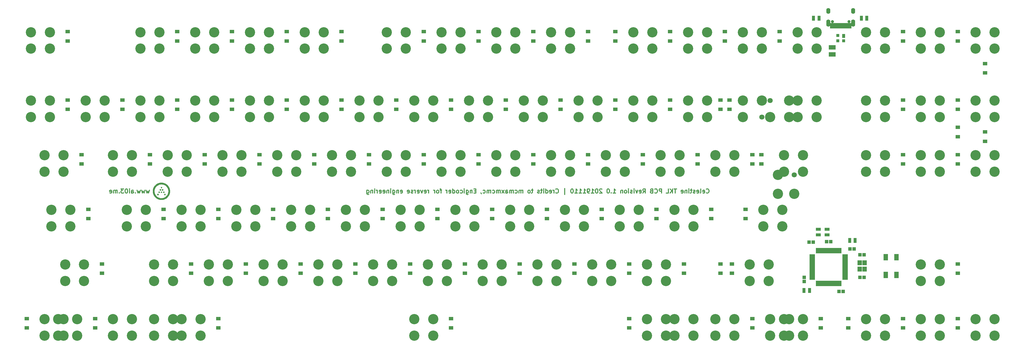
<source format=gbs>
G04 #@! TF.GenerationSoftware,KiCad,Pcbnew,(5.0.0)*
G04 #@! TF.CreationDate,2019-01-11T00:29:23-08:00*
G04 #@! TF.ProjectId,Celestine,43656C657374696E652E6B696361645F,rev?*
G04 #@! TF.SameCoordinates,Original*
G04 #@! TF.FileFunction,Soldermask,Bot*
G04 #@! TF.FilePolarity,Negative*
%FSLAX46Y46*%
G04 Gerber Fmt 4.6, Leading zero omitted, Abs format (unit mm)*
G04 Created by KiCad (PCBNEW (5.0.0)) date 01/11/19 00:29:23*
%MOMM*%
%LPD*%
G01*
G04 APERTURE LIST*
%ADD10C,0.300000*%
%ADD11C,0.010000*%
%ADD12R,1.200000X1.150000*%
%ADD13R,1.150000X1.200000*%
%ADD14R,1.600000X1.300000*%
%ADD15R,2.430000X1.540000*%
%ADD16C,3.580000*%
%ADD17R,1.700000X1.100000*%
%ADD18R,1.100000X1.700000*%
%ADD19R,1.500000X2.200000*%
%ADD20R,1.100000X1.000000*%
%ADD21R,1.100000X1.400000*%
%ADD22O,1.400000X2.000000*%
%ADD23O,1.400000X2.500000*%
%ADD24C,1.050000*%
%ADD25R,0.700000X1.850000*%
%ADD26R,1.000000X1.850000*%
%ADD27R,1.600000X1.800000*%
%ADD28R,1.900000X0.950000*%
%ADD29R,0.950000X1.900000*%
%ADD30C,1.800000*%
G04 APERTURE END LIST*
D10*
X69670535Y-62384821D02*
X69384821Y-63384821D01*
X69099107Y-62670535D01*
X68813392Y-63384821D01*
X68527678Y-62384821D01*
X68099107Y-62384821D02*
X67813392Y-63384821D01*
X67527678Y-62670535D01*
X67241964Y-63384821D01*
X66956250Y-62384821D01*
X66527678Y-62384821D02*
X66241964Y-63384821D01*
X65956250Y-62670535D01*
X65670535Y-63384821D01*
X65384821Y-62384821D01*
X64813392Y-63241964D02*
X64741964Y-63313392D01*
X64813392Y-63384821D01*
X64884821Y-63313392D01*
X64813392Y-63241964D01*
X64813392Y-63384821D01*
X63456250Y-63384821D02*
X63456250Y-62599107D01*
X63527678Y-62456250D01*
X63670535Y-62384821D01*
X63956250Y-62384821D01*
X64099107Y-62456250D01*
X63456250Y-63313392D02*
X63599107Y-63384821D01*
X63956250Y-63384821D01*
X64099107Y-63313392D01*
X64170535Y-63170535D01*
X64170535Y-63027678D01*
X64099107Y-62884821D01*
X63956250Y-62813392D01*
X63599107Y-62813392D01*
X63456250Y-62741964D01*
X62741964Y-63384821D02*
X62741964Y-62384821D01*
X62741964Y-61884821D02*
X62813392Y-61956250D01*
X62741964Y-62027678D01*
X62670535Y-61956250D01*
X62741964Y-61884821D01*
X62741964Y-62027678D01*
X61741964Y-61884821D02*
X61599107Y-61884821D01*
X61456250Y-61956250D01*
X61384821Y-62027678D01*
X61313392Y-62170535D01*
X61241964Y-62456250D01*
X61241964Y-62813392D01*
X61313392Y-63099107D01*
X61384821Y-63241964D01*
X61456250Y-63313392D01*
X61599107Y-63384821D01*
X61741964Y-63384821D01*
X61884821Y-63313392D01*
X61956250Y-63241964D01*
X62027678Y-63099107D01*
X62099107Y-62813392D01*
X62099107Y-62456250D01*
X62027678Y-62170535D01*
X61956250Y-62027678D01*
X61884821Y-61956250D01*
X61741964Y-61884821D01*
X60741964Y-61884821D02*
X59813392Y-61884821D01*
X60313392Y-62456250D01*
X60099107Y-62456250D01*
X59956250Y-62527678D01*
X59884821Y-62599107D01*
X59813392Y-62741964D01*
X59813392Y-63099107D01*
X59884821Y-63241964D01*
X59956250Y-63313392D01*
X60099107Y-63384821D01*
X60527678Y-63384821D01*
X60670535Y-63313392D01*
X60741964Y-63241964D01*
X59170535Y-63241964D02*
X59099107Y-63313392D01*
X59170535Y-63384821D01*
X59241964Y-63313392D01*
X59170535Y-63241964D01*
X59170535Y-63384821D01*
X58456250Y-63384821D02*
X58456250Y-62384821D01*
X58456250Y-62527678D02*
X58384821Y-62456250D01*
X58241964Y-62384821D01*
X58027678Y-62384821D01*
X57884821Y-62456250D01*
X57813392Y-62599107D01*
X57813392Y-63384821D01*
X57813392Y-62599107D02*
X57741964Y-62456250D01*
X57599107Y-62384821D01*
X57384821Y-62384821D01*
X57241964Y-62456250D01*
X57170535Y-62599107D01*
X57170535Y-63384821D01*
X55884821Y-63313392D02*
X56027678Y-63384821D01*
X56313392Y-63384821D01*
X56456250Y-63313392D01*
X56527678Y-63170535D01*
X56527678Y-62599107D01*
X56456250Y-62456250D01*
X56313392Y-62384821D01*
X56027678Y-62384821D01*
X55884821Y-62456250D01*
X55813392Y-62599107D01*
X55813392Y-62741964D01*
X56527678Y-62884821D01*
X263394642Y-63241964D02*
X263466071Y-63313392D01*
X263680357Y-63384821D01*
X263823214Y-63384821D01*
X264037500Y-63313392D01*
X264180357Y-63170535D01*
X264251785Y-63027678D01*
X264323214Y-62741964D01*
X264323214Y-62527678D01*
X264251785Y-62241964D01*
X264180357Y-62099107D01*
X264037500Y-61956250D01*
X263823214Y-61884821D01*
X263680357Y-61884821D01*
X263466071Y-61956250D01*
X263394642Y-62027678D01*
X262180357Y-63313392D02*
X262323214Y-63384821D01*
X262608928Y-63384821D01*
X262751785Y-63313392D01*
X262823214Y-63170535D01*
X262823214Y-62599107D01*
X262751785Y-62456250D01*
X262608928Y-62384821D01*
X262323214Y-62384821D01*
X262180357Y-62456250D01*
X262108928Y-62599107D01*
X262108928Y-62741964D01*
X262823214Y-62884821D01*
X261251785Y-63384821D02*
X261394642Y-63313392D01*
X261466071Y-63170535D01*
X261466071Y-61884821D01*
X260108928Y-63313392D02*
X260251785Y-63384821D01*
X260537500Y-63384821D01*
X260680357Y-63313392D01*
X260751785Y-63170535D01*
X260751785Y-62599107D01*
X260680357Y-62456250D01*
X260537500Y-62384821D01*
X260251785Y-62384821D01*
X260108928Y-62456250D01*
X260037500Y-62599107D01*
X260037500Y-62741964D01*
X260751785Y-62884821D01*
X259466071Y-63313392D02*
X259323214Y-63384821D01*
X259037500Y-63384821D01*
X258894642Y-63313392D01*
X258823214Y-63170535D01*
X258823214Y-63099107D01*
X258894642Y-62956250D01*
X259037500Y-62884821D01*
X259251785Y-62884821D01*
X259394642Y-62813392D01*
X259466071Y-62670535D01*
X259466071Y-62599107D01*
X259394642Y-62456250D01*
X259251785Y-62384821D01*
X259037500Y-62384821D01*
X258894642Y-62456250D01*
X258394642Y-62384821D02*
X257823214Y-62384821D01*
X258180357Y-61884821D02*
X258180357Y-63170535D01*
X258108928Y-63313392D01*
X257966071Y-63384821D01*
X257823214Y-63384821D01*
X257323214Y-63384821D02*
X257323214Y-62384821D01*
X257323214Y-61884821D02*
X257394642Y-61956250D01*
X257323214Y-62027678D01*
X257251785Y-61956250D01*
X257323214Y-61884821D01*
X257323214Y-62027678D01*
X256608928Y-62384821D02*
X256608928Y-63384821D01*
X256608928Y-62527678D02*
X256537500Y-62456250D01*
X256394642Y-62384821D01*
X256180357Y-62384821D01*
X256037500Y-62456250D01*
X255966071Y-62599107D01*
X255966071Y-63384821D01*
X254680357Y-63313392D02*
X254823214Y-63384821D01*
X255108928Y-63384821D01*
X255251785Y-63313392D01*
X255323214Y-63170535D01*
X255323214Y-62599107D01*
X255251785Y-62456250D01*
X255108928Y-62384821D01*
X254823214Y-62384821D01*
X254680357Y-62456250D01*
X254608928Y-62599107D01*
X254608928Y-62741964D01*
X255323214Y-62884821D01*
X253037500Y-61884821D02*
X252180357Y-61884821D01*
X252608928Y-63384821D02*
X252608928Y-61884821D01*
X251680357Y-63384821D02*
X251680357Y-61884821D01*
X250823214Y-63384821D02*
X251466071Y-62527678D01*
X250823214Y-61884821D02*
X251680357Y-62741964D01*
X249466071Y-63384821D02*
X250180357Y-63384821D01*
X250180357Y-61884821D01*
X247823214Y-63384821D02*
X247823214Y-61884821D01*
X247251785Y-61884821D01*
X247108928Y-61956250D01*
X247037499Y-62027678D01*
X246966071Y-62170535D01*
X246966071Y-62384821D01*
X247037499Y-62527678D01*
X247108928Y-62599107D01*
X247251785Y-62670535D01*
X247823214Y-62670535D01*
X245466071Y-63241964D02*
X245537499Y-63313392D01*
X245751785Y-63384821D01*
X245894642Y-63384821D01*
X246108928Y-63313392D01*
X246251785Y-63170535D01*
X246323214Y-63027678D01*
X246394642Y-62741964D01*
X246394642Y-62527678D01*
X246323214Y-62241964D01*
X246251785Y-62099107D01*
X246108928Y-61956250D01*
X245894642Y-61884821D01*
X245751785Y-61884821D01*
X245537499Y-61956250D01*
X245466071Y-62027678D01*
X244323214Y-62599107D02*
X244108928Y-62670535D01*
X244037499Y-62741964D01*
X243966071Y-62884821D01*
X243966071Y-63099107D01*
X244037499Y-63241964D01*
X244108928Y-63313392D01*
X244251785Y-63384821D01*
X244823214Y-63384821D01*
X244823214Y-61884821D01*
X244323214Y-61884821D01*
X244180357Y-61956250D01*
X244108928Y-62027678D01*
X244037499Y-62170535D01*
X244037499Y-62313392D01*
X244108928Y-62456250D01*
X244180357Y-62527678D01*
X244323214Y-62599107D01*
X244823214Y-62599107D01*
X241323214Y-63384821D02*
X241823214Y-62670535D01*
X242180357Y-63384821D02*
X242180357Y-61884821D01*
X241608928Y-61884821D01*
X241466071Y-61956250D01*
X241394642Y-62027678D01*
X241323214Y-62170535D01*
X241323214Y-62384821D01*
X241394642Y-62527678D01*
X241466071Y-62599107D01*
X241608928Y-62670535D01*
X242180357Y-62670535D01*
X240108928Y-63313392D02*
X240251785Y-63384821D01*
X240537499Y-63384821D01*
X240680357Y-63313392D01*
X240751785Y-63170535D01*
X240751785Y-62599107D01*
X240680357Y-62456250D01*
X240537499Y-62384821D01*
X240251785Y-62384821D01*
X240108928Y-62456250D01*
X240037499Y-62599107D01*
X240037499Y-62741964D01*
X240751785Y-62884821D01*
X239537499Y-62384821D02*
X239180357Y-63384821D01*
X238823214Y-62384821D01*
X238251785Y-63384821D02*
X238251785Y-62384821D01*
X238251785Y-61884821D02*
X238323214Y-61956250D01*
X238251785Y-62027678D01*
X238180357Y-61956250D01*
X238251785Y-61884821D01*
X238251785Y-62027678D01*
X237608928Y-63313392D02*
X237466071Y-63384821D01*
X237180357Y-63384821D01*
X237037499Y-63313392D01*
X236966071Y-63170535D01*
X236966071Y-63099107D01*
X237037499Y-62956250D01*
X237180357Y-62884821D01*
X237394642Y-62884821D01*
X237537499Y-62813392D01*
X237608928Y-62670535D01*
X237608928Y-62599107D01*
X237537499Y-62456250D01*
X237394642Y-62384821D01*
X237180357Y-62384821D01*
X237037499Y-62456250D01*
X236323214Y-63384821D02*
X236323214Y-62384821D01*
X236323214Y-61884821D02*
X236394642Y-61956250D01*
X236323214Y-62027678D01*
X236251785Y-61956250D01*
X236323214Y-61884821D01*
X236323214Y-62027678D01*
X235394642Y-63384821D02*
X235537499Y-63313392D01*
X235608928Y-63241964D01*
X235680357Y-63099107D01*
X235680357Y-62670535D01*
X235608928Y-62527678D01*
X235537499Y-62456250D01*
X235394642Y-62384821D01*
X235180357Y-62384821D01*
X235037499Y-62456250D01*
X234966071Y-62527678D01*
X234894642Y-62670535D01*
X234894642Y-63099107D01*
X234966071Y-63241964D01*
X235037499Y-63313392D01*
X235180357Y-63384821D01*
X235394642Y-63384821D01*
X234251785Y-62384821D02*
X234251785Y-63384821D01*
X234251785Y-62527678D02*
X234180357Y-62456250D01*
X234037499Y-62384821D01*
X233823214Y-62384821D01*
X233680357Y-62456250D01*
X233608928Y-62599107D01*
X233608928Y-63384821D01*
X230966071Y-63384821D02*
X231823214Y-63384821D01*
X231394642Y-63384821D02*
X231394642Y-61884821D01*
X231537499Y-62099107D01*
X231680357Y-62241964D01*
X231823214Y-62313392D01*
X230323214Y-63241964D02*
X230251785Y-63313392D01*
X230323214Y-63384821D01*
X230394642Y-63313392D01*
X230323214Y-63241964D01*
X230323214Y-63384821D01*
X229323214Y-61884821D02*
X229180357Y-61884821D01*
X229037499Y-61956250D01*
X228966071Y-62027678D01*
X228894642Y-62170535D01*
X228823214Y-62456250D01*
X228823214Y-62813392D01*
X228894642Y-63099107D01*
X228966071Y-63241964D01*
X229037499Y-63313392D01*
X229180357Y-63384821D01*
X229323214Y-63384821D01*
X229466071Y-63313392D01*
X229537499Y-63241964D01*
X229608928Y-63099107D01*
X229680357Y-62813392D01*
X229680357Y-62456250D01*
X229608928Y-62170535D01*
X229537499Y-62027678D01*
X229466071Y-61956250D01*
X229323214Y-61884821D01*
X227108928Y-62027678D02*
X227037499Y-61956250D01*
X226894642Y-61884821D01*
X226537499Y-61884821D01*
X226394642Y-61956250D01*
X226323214Y-62027678D01*
X226251785Y-62170535D01*
X226251785Y-62313392D01*
X226323214Y-62527678D01*
X227180357Y-63384821D01*
X226251785Y-63384821D01*
X225323214Y-61884821D02*
X225180357Y-61884821D01*
X225037499Y-61956250D01*
X224966071Y-62027678D01*
X224894642Y-62170535D01*
X224823214Y-62456250D01*
X224823214Y-62813392D01*
X224894642Y-63099107D01*
X224966071Y-63241964D01*
X225037499Y-63313392D01*
X225180357Y-63384821D01*
X225323214Y-63384821D01*
X225466071Y-63313392D01*
X225537499Y-63241964D01*
X225608928Y-63099107D01*
X225680357Y-62813392D01*
X225680357Y-62456250D01*
X225608928Y-62170535D01*
X225537499Y-62027678D01*
X225466071Y-61956250D01*
X225323214Y-61884821D01*
X223394642Y-63384821D02*
X224251785Y-63384821D01*
X223823214Y-63384821D02*
X223823214Y-61884821D01*
X223966071Y-62099107D01*
X224108928Y-62241964D01*
X224251785Y-62313392D01*
X222680357Y-63384821D02*
X222394642Y-63384821D01*
X222251785Y-63313392D01*
X222180357Y-63241964D01*
X222037499Y-63027678D01*
X221966071Y-62741964D01*
X221966071Y-62170535D01*
X222037499Y-62027678D01*
X222108928Y-61956250D01*
X222251785Y-61884821D01*
X222537499Y-61884821D01*
X222680357Y-61956250D01*
X222751785Y-62027678D01*
X222823214Y-62170535D01*
X222823214Y-62527678D01*
X222751785Y-62670535D01*
X222680357Y-62741964D01*
X222537499Y-62813392D01*
X222251785Y-62813392D01*
X222108928Y-62741964D01*
X222037499Y-62670535D01*
X221966071Y-62527678D01*
X220537499Y-63384821D02*
X221394642Y-63384821D01*
X220966071Y-63384821D02*
X220966071Y-61884821D01*
X221108928Y-62099107D01*
X221251785Y-62241964D01*
X221394642Y-62313392D01*
X219108928Y-63384821D02*
X219966071Y-63384821D01*
X219537499Y-63384821D02*
X219537499Y-61884821D01*
X219680357Y-62099107D01*
X219823214Y-62241964D01*
X219966071Y-62313392D01*
X217680357Y-63384821D02*
X218537499Y-63384821D01*
X218108928Y-63384821D02*
X218108928Y-61884821D01*
X218251785Y-62099107D01*
X218394642Y-62241964D01*
X218537499Y-62313392D01*
X216751785Y-61884821D02*
X216608928Y-61884821D01*
X216466071Y-61956250D01*
X216394642Y-62027678D01*
X216323214Y-62170535D01*
X216251785Y-62456250D01*
X216251785Y-62813392D01*
X216323214Y-63099107D01*
X216394642Y-63241964D01*
X216466071Y-63313392D01*
X216608928Y-63384821D01*
X216751785Y-63384821D01*
X216894642Y-63313392D01*
X216966071Y-63241964D01*
X217037499Y-63099107D01*
X217108928Y-62813392D01*
X217108928Y-62456250D01*
X217037499Y-62170535D01*
X216966071Y-62027678D01*
X216894642Y-61956250D01*
X216751785Y-61884821D01*
X214108928Y-63884821D02*
X214108928Y-61741964D01*
X211037499Y-63241964D02*
X211108928Y-63313392D01*
X211323214Y-63384821D01*
X211466071Y-63384821D01*
X211680357Y-63313392D01*
X211823214Y-63170535D01*
X211894642Y-63027678D01*
X211966071Y-62741964D01*
X211966071Y-62527678D01*
X211894642Y-62241964D01*
X211823214Y-62099107D01*
X211680357Y-61956250D01*
X211466071Y-61884821D01*
X211323214Y-61884821D01*
X211108928Y-61956250D01*
X211037499Y-62027678D01*
X210394642Y-63384821D02*
X210394642Y-62384821D01*
X210394642Y-62670535D02*
X210323214Y-62527678D01*
X210251785Y-62456250D01*
X210108928Y-62384821D01*
X209966071Y-62384821D01*
X208894642Y-63313392D02*
X209037499Y-63384821D01*
X209323214Y-63384821D01*
X209466071Y-63313392D01*
X209537499Y-63170535D01*
X209537499Y-62599107D01*
X209466071Y-62456250D01*
X209323214Y-62384821D01*
X209037499Y-62384821D01*
X208894642Y-62456250D01*
X208823214Y-62599107D01*
X208823214Y-62741964D01*
X209537499Y-62884821D01*
X207537499Y-63384821D02*
X207537499Y-61884821D01*
X207537499Y-63313392D02*
X207680357Y-63384821D01*
X207966071Y-63384821D01*
X208108928Y-63313392D01*
X208180357Y-63241964D01*
X208251785Y-63099107D01*
X208251785Y-62670535D01*
X208180357Y-62527678D01*
X208108928Y-62456250D01*
X207966071Y-62384821D01*
X207680357Y-62384821D01*
X207537499Y-62456250D01*
X206823214Y-63384821D02*
X206823214Y-62384821D01*
X206823214Y-61884821D02*
X206894642Y-61956250D01*
X206823214Y-62027678D01*
X206751785Y-61956250D01*
X206823214Y-61884821D01*
X206823214Y-62027678D01*
X206323214Y-62384821D02*
X205751785Y-62384821D01*
X206108928Y-61884821D02*
X206108928Y-63170535D01*
X206037499Y-63313392D01*
X205894642Y-63384821D01*
X205751785Y-63384821D01*
X205323214Y-63313392D02*
X205180357Y-63384821D01*
X204894642Y-63384821D01*
X204751785Y-63313392D01*
X204680357Y-63170535D01*
X204680357Y-63099107D01*
X204751785Y-62956250D01*
X204894642Y-62884821D01*
X205108928Y-62884821D01*
X205251785Y-62813392D01*
X205323214Y-62670535D01*
X205323214Y-62599107D01*
X205251785Y-62456250D01*
X205108928Y-62384821D01*
X204894642Y-62384821D01*
X204751785Y-62456250D01*
X203108928Y-62384821D02*
X202537499Y-62384821D01*
X202894642Y-61884821D02*
X202894642Y-63170535D01*
X202823214Y-63313392D01*
X202680357Y-63384821D01*
X202537499Y-63384821D01*
X201823214Y-63384821D02*
X201966071Y-63313392D01*
X202037499Y-63241964D01*
X202108928Y-63099107D01*
X202108928Y-62670535D01*
X202037499Y-62527678D01*
X201966071Y-62456250D01*
X201823214Y-62384821D01*
X201608928Y-62384821D01*
X201466071Y-62456250D01*
X201394642Y-62527678D01*
X201323214Y-62670535D01*
X201323214Y-63099107D01*
X201394642Y-63241964D01*
X201466071Y-63313392D01*
X201608928Y-63384821D01*
X201823214Y-63384821D01*
X199537499Y-63384821D02*
X199537499Y-62384821D01*
X199537499Y-62527678D02*
X199466071Y-62456250D01*
X199323214Y-62384821D01*
X199108928Y-62384821D01*
X198966071Y-62456250D01*
X198894642Y-62599107D01*
X198894642Y-63384821D01*
X198894642Y-62599107D02*
X198823214Y-62456250D01*
X198680357Y-62384821D01*
X198466071Y-62384821D01*
X198323214Y-62456250D01*
X198251785Y-62599107D01*
X198251785Y-63384821D01*
X196894642Y-63313392D02*
X197037499Y-63384821D01*
X197323214Y-63384821D01*
X197466071Y-63313392D01*
X197537499Y-63241964D01*
X197608928Y-63099107D01*
X197608928Y-62670535D01*
X197537499Y-62527678D01*
X197466071Y-62456250D01*
X197323214Y-62384821D01*
X197037499Y-62384821D01*
X196894642Y-62456250D01*
X196251785Y-63384821D02*
X196251785Y-62384821D01*
X196251785Y-62527678D02*
X196180357Y-62456250D01*
X196037499Y-62384821D01*
X195823214Y-62384821D01*
X195680357Y-62456250D01*
X195608928Y-62599107D01*
X195608928Y-63384821D01*
X195608928Y-62599107D02*
X195537499Y-62456250D01*
X195394642Y-62384821D01*
X195180357Y-62384821D01*
X195037499Y-62456250D01*
X194966071Y-62599107D01*
X194966071Y-63384821D01*
X193608928Y-63384821D02*
X193608928Y-62599107D01*
X193680357Y-62456250D01*
X193823214Y-62384821D01*
X194108928Y-62384821D01*
X194251785Y-62456250D01*
X193608928Y-63313392D02*
X193751785Y-63384821D01*
X194108928Y-63384821D01*
X194251785Y-63313392D01*
X194323214Y-63170535D01*
X194323214Y-63027678D01*
X194251785Y-62884821D01*
X194108928Y-62813392D01*
X193751785Y-62813392D01*
X193608928Y-62741964D01*
X193037499Y-63384821D02*
X192251785Y-62384821D01*
X193037499Y-62384821D02*
X192251785Y-63384821D01*
X191680357Y-63384821D02*
X191680357Y-62384821D01*
X191680357Y-62527678D02*
X191608928Y-62456250D01*
X191466071Y-62384821D01*
X191251785Y-62384821D01*
X191108928Y-62456250D01*
X191037499Y-62599107D01*
X191037499Y-63384821D01*
X191037499Y-62599107D02*
X190966071Y-62456250D01*
X190823214Y-62384821D01*
X190608928Y-62384821D01*
X190466071Y-62456250D01*
X190394642Y-62599107D01*
X190394642Y-63384821D01*
X189037499Y-63313392D02*
X189180357Y-63384821D01*
X189466071Y-63384821D01*
X189608928Y-63313392D01*
X189680357Y-63241964D01*
X189751785Y-63099107D01*
X189751785Y-62670535D01*
X189680357Y-62527678D01*
X189608928Y-62456250D01*
X189466071Y-62384821D01*
X189180357Y-62384821D01*
X189037499Y-62456250D01*
X188394642Y-63384821D02*
X188394642Y-62384821D01*
X188394642Y-62527678D02*
X188323214Y-62456250D01*
X188180357Y-62384821D01*
X187966071Y-62384821D01*
X187823214Y-62456250D01*
X187751785Y-62599107D01*
X187751785Y-63384821D01*
X187751785Y-62599107D02*
X187680357Y-62456250D01*
X187537499Y-62384821D01*
X187323214Y-62384821D01*
X187180357Y-62456250D01*
X187108928Y-62599107D01*
X187108928Y-63384821D01*
X185751785Y-63313392D02*
X185894642Y-63384821D01*
X186180357Y-63384821D01*
X186323214Y-63313392D01*
X186394642Y-63241964D01*
X186466071Y-63099107D01*
X186466071Y-62670535D01*
X186394642Y-62527678D01*
X186323214Y-62456250D01*
X186180357Y-62384821D01*
X185894642Y-62384821D01*
X185751785Y-62456250D01*
X185037499Y-63313392D02*
X185037499Y-63384821D01*
X185108928Y-63527678D01*
X185180357Y-63599107D01*
X183251785Y-62599107D02*
X182751785Y-62599107D01*
X182537499Y-63384821D02*
X183251785Y-63384821D01*
X183251785Y-61884821D01*
X182537499Y-61884821D01*
X181894642Y-62384821D02*
X181894642Y-63384821D01*
X181894642Y-62527678D02*
X181823214Y-62456250D01*
X181680357Y-62384821D01*
X181466071Y-62384821D01*
X181323214Y-62456250D01*
X181251785Y-62599107D01*
X181251785Y-63384821D01*
X179894642Y-62384821D02*
X179894642Y-63599107D01*
X179966071Y-63741964D01*
X180037499Y-63813392D01*
X180180357Y-63884821D01*
X180394642Y-63884821D01*
X180537499Y-63813392D01*
X179894642Y-63313392D02*
X180037499Y-63384821D01*
X180323214Y-63384821D01*
X180466071Y-63313392D01*
X180537499Y-63241964D01*
X180608928Y-63099107D01*
X180608928Y-62670535D01*
X180537499Y-62527678D01*
X180466071Y-62456250D01*
X180323214Y-62384821D01*
X180037499Y-62384821D01*
X179894642Y-62456250D01*
X179180357Y-63384821D02*
X179180357Y-62384821D01*
X179180357Y-61884821D02*
X179251785Y-61956250D01*
X179180357Y-62027678D01*
X179108928Y-61956250D01*
X179180357Y-61884821D01*
X179180357Y-62027678D01*
X177823214Y-63313392D02*
X177966071Y-63384821D01*
X178251785Y-63384821D01*
X178394642Y-63313392D01*
X178466071Y-63241964D01*
X178537499Y-63099107D01*
X178537499Y-62670535D01*
X178466071Y-62527678D01*
X178394642Y-62456250D01*
X178251785Y-62384821D01*
X177966071Y-62384821D01*
X177823214Y-62456250D01*
X176966071Y-63384821D02*
X177108928Y-63313392D01*
X177180357Y-63241964D01*
X177251785Y-63099107D01*
X177251785Y-62670535D01*
X177180357Y-62527678D01*
X177108928Y-62456250D01*
X176966071Y-62384821D01*
X176751785Y-62384821D01*
X176608928Y-62456250D01*
X176537499Y-62527678D01*
X176466071Y-62670535D01*
X176466071Y-63099107D01*
X176537499Y-63241964D01*
X176608928Y-63313392D01*
X176751785Y-63384821D01*
X176966071Y-63384821D01*
X175180357Y-63384821D02*
X175180357Y-61884821D01*
X175180357Y-63313392D02*
X175323214Y-63384821D01*
X175608928Y-63384821D01*
X175751785Y-63313392D01*
X175823214Y-63241964D01*
X175894642Y-63099107D01*
X175894642Y-62670535D01*
X175823214Y-62527678D01*
X175751785Y-62456250D01*
X175608928Y-62384821D01*
X175323214Y-62384821D01*
X175180357Y-62456250D01*
X173894642Y-63313392D02*
X174037499Y-63384821D01*
X174323214Y-63384821D01*
X174466071Y-63313392D01*
X174537499Y-63170535D01*
X174537499Y-62599107D01*
X174466071Y-62456250D01*
X174323214Y-62384821D01*
X174037499Y-62384821D01*
X173894642Y-62456250D01*
X173823214Y-62599107D01*
X173823214Y-62741964D01*
X174537499Y-62884821D01*
X173180357Y-63384821D02*
X173180357Y-62384821D01*
X173180357Y-62670535D02*
X173108928Y-62527678D01*
X173037499Y-62456250D01*
X172894642Y-62384821D01*
X172751785Y-62384821D01*
X171323214Y-62384821D02*
X170751785Y-62384821D01*
X171108928Y-63384821D02*
X171108928Y-62099107D01*
X171037499Y-61956250D01*
X170894642Y-61884821D01*
X170751785Y-61884821D01*
X170037499Y-63384821D02*
X170180357Y-63313392D01*
X170251785Y-63241964D01*
X170323214Y-63099107D01*
X170323214Y-62670535D01*
X170251785Y-62527678D01*
X170180357Y-62456250D01*
X170037499Y-62384821D01*
X169823214Y-62384821D01*
X169680357Y-62456250D01*
X169608928Y-62527678D01*
X169537499Y-62670535D01*
X169537499Y-63099107D01*
X169608928Y-63241964D01*
X169680357Y-63313392D01*
X169823214Y-63384821D01*
X170037499Y-63384821D01*
X168894642Y-63384821D02*
X168894642Y-62384821D01*
X168894642Y-62670535D02*
X168823214Y-62527678D01*
X168751785Y-62456250D01*
X168608928Y-62384821D01*
X168466071Y-62384821D01*
X166823214Y-63384821D02*
X166823214Y-62384821D01*
X166823214Y-62670535D02*
X166751785Y-62527678D01*
X166680357Y-62456250D01*
X166537499Y-62384821D01*
X166394642Y-62384821D01*
X165323214Y-63313392D02*
X165466071Y-63384821D01*
X165751785Y-63384821D01*
X165894642Y-63313392D01*
X165966071Y-63170535D01*
X165966071Y-62599107D01*
X165894642Y-62456250D01*
X165751785Y-62384821D01*
X165466071Y-62384821D01*
X165323214Y-62456250D01*
X165251785Y-62599107D01*
X165251785Y-62741964D01*
X165966071Y-62884821D01*
X164751785Y-62384821D02*
X164394642Y-63384821D01*
X164037499Y-62384821D01*
X162894642Y-63313392D02*
X163037499Y-63384821D01*
X163323214Y-63384821D01*
X163466071Y-63313392D01*
X163537499Y-63170535D01*
X163537499Y-62599107D01*
X163466071Y-62456250D01*
X163323214Y-62384821D01*
X163037499Y-62384821D01*
X162894642Y-62456250D01*
X162823214Y-62599107D01*
X162823214Y-62741964D01*
X163537499Y-62884821D01*
X162180357Y-63384821D02*
X162180357Y-62384821D01*
X162180357Y-62670535D02*
X162108928Y-62527678D01*
X162037499Y-62456250D01*
X161894642Y-62384821D01*
X161751785Y-62384821D01*
X161323214Y-63313392D02*
X161180357Y-63384821D01*
X160894642Y-63384821D01*
X160751785Y-63313392D01*
X160680357Y-63170535D01*
X160680357Y-63099107D01*
X160751785Y-62956250D01*
X160894642Y-62884821D01*
X161108928Y-62884821D01*
X161251785Y-62813392D01*
X161323214Y-62670535D01*
X161323214Y-62599107D01*
X161251785Y-62456250D01*
X161108928Y-62384821D01*
X160894642Y-62384821D01*
X160751785Y-62456250D01*
X159466071Y-63313392D02*
X159608928Y-63384821D01*
X159894642Y-63384821D01*
X160037499Y-63313392D01*
X160108928Y-63170535D01*
X160108928Y-62599107D01*
X160037499Y-62456250D01*
X159894642Y-62384821D01*
X159608928Y-62384821D01*
X159466071Y-62456250D01*
X159394642Y-62599107D01*
X159394642Y-62741964D01*
X160108928Y-62884821D01*
X157037499Y-63313392D02*
X157180357Y-63384821D01*
X157466071Y-63384821D01*
X157608928Y-63313392D01*
X157680357Y-63170535D01*
X157680357Y-62599107D01*
X157608928Y-62456250D01*
X157466071Y-62384821D01*
X157180357Y-62384821D01*
X157037499Y-62456250D01*
X156966071Y-62599107D01*
X156966071Y-62741964D01*
X157680357Y-62884821D01*
X156323214Y-62384821D02*
X156323214Y-63384821D01*
X156323214Y-62527678D02*
X156251785Y-62456250D01*
X156108928Y-62384821D01*
X155894642Y-62384821D01*
X155751785Y-62456250D01*
X155680357Y-62599107D01*
X155680357Y-63384821D01*
X154323214Y-62384821D02*
X154323214Y-63599107D01*
X154394642Y-63741964D01*
X154466071Y-63813392D01*
X154608928Y-63884821D01*
X154823214Y-63884821D01*
X154966071Y-63813392D01*
X154323214Y-63313392D02*
X154466071Y-63384821D01*
X154751785Y-63384821D01*
X154894642Y-63313392D01*
X154966071Y-63241964D01*
X155037499Y-63099107D01*
X155037499Y-62670535D01*
X154966071Y-62527678D01*
X154894642Y-62456250D01*
X154751785Y-62384821D01*
X154466071Y-62384821D01*
X154323214Y-62456250D01*
X153608928Y-63384821D02*
X153608928Y-62384821D01*
X153608928Y-61884821D02*
X153680357Y-61956250D01*
X153608928Y-62027678D01*
X153537499Y-61956250D01*
X153608928Y-61884821D01*
X153608928Y-62027678D01*
X152894642Y-62384821D02*
X152894642Y-63384821D01*
X152894642Y-62527678D02*
X152823214Y-62456250D01*
X152680357Y-62384821D01*
X152466071Y-62384821D01*
X152323214Y-62456250D01*
X152251785Y-62599107D01*
X152251785Y-63384821D01*
X150966071Y-63313392D02*
X151108928Y-63384821D01*
X151394642Y-63384821D01*
X151537499Y-63313392D01*
X151608928Y-63170535D01*
X151608928Y-62599107D01*
X151537499Y-62456250D01*
X151394642Y-62384821D01*
X151108928Y-62384821D01*
X150966071Y-62456250D01*
X150894642Y-62599107D01*
X150894642Y-62741964D01*
X151608928Y-62884821D01*
X149680357Y-63313392D02*
X149823214Y-63384821D01*
X150108928Y-63384821D01*
X150251785Y-63313392D01*
X150323214Y-63170535D01*
X150323214Y-62599107D01*
X150251785Y-62456250D01*
X150108928Y-62384821D01*
X149823214Y-62384821D01*
X149680357Y-62456250D01*
X149608928Y-62599107D01*
X149608928Y-62741964D01*
X150323214Y-62884821D01*
X148966071Y-63384821D02*
X148966071Y-62384821D01*
X148966071Y-62670535D02*
X148894642Y-62527678D01*
X148823214Y-62456250D01*
X148680357Y-62384821D01*
X148537499Y-62384821D01*
X148037499Y-63384821D02*
X148037499Y-62384821D01*
X148037499Y-61884821D02*
X148108928Y-61956250D01*
X148037499Y-62027678D01*
X147966071Y-61956250D01*
X148037499Y-61884821D01*
X148037499Y-62027678D01*
X147323214Y-62384821D02*
X147323214Y-63384821D01*
X147323214Y-62527678D02*
X147251785Y-62456250D01*
X147108928Y-62384821D01*
X146894642Y-62384821D01*
X146751785Y-62456250D01*
X146680357Y-62599107D01*
X146680357Y-63384821D01*
X145323214Y-62384821D02*
X145323214Y-63599107D01*
X145394642Y-63741964D01*
X145466071Y-63813392D01*
X145608928Y-63884821D01*
X145823214Y-63884821D01*
X145966071Y-63813392D01*
X145323214Y-63313392D02*
X145466071Y-63384821D01*
X145751785Y-63384821D01*
X145894642Y-63313392D01*
X145966071Y-63241964D01*
X146037499Y-63099107D01*
X146037499Y-62670535D01*
X145966071Y-62527678D01*
X145894642Y-62456250D01*
X145751785Y-62384821D01*
X145466071Y-62384821D01*
X145323214Y-62456250D01*
D11*
G04 #@! TO.C,G\002A\002A\002A*
G36*
X73628250Y-61626750D02*
X74033062Y-61626750D01*
X74033062Y-61221938D01*
X73628250Y-61221938D01*
X73628250Y-61626750D01*
X73628250Y-61626750D01*
G37*
X73628250Y-61626750D02*
X74033062Y-61626750D01*
X74033062Y-61221938D01*
X73628250Y-61221938D01*
X73628250Y-61626750D01*
G36*
X73223437Y-62412563D02*
X73628250Y-62412563D01*
X73628250Y-62031563D01*
X73223437Y-62031563D01*
X73223437Y-62412563D01*
X73223437Y-62412563D01*
G37*
X73223437Y-62412563D02*
X73628250Y-62412563D01*
X73628250Y-62031563D01*
X73223437Y-62031563D01*
X73223437Y-62412563D01*
G36*
X74033062Y-62412563D02*
X74414062Y-62412563D01*
X74414062Y-62031563D01*
X74033062Y-62031563D01*
X74033062Y-62412563D01*
X74033062Y-62412563D01*
G37*
X74033062Y-62412563D02*
X74414062Y-62412563D01*
X74414062Y-62031563D01*
X74033062Y-62031563D01*
X74033062Y-62412563D01*
G36*
X72842437Y-63222188D02*
X73223437Y-63222188D01*
X73223437Y-62817375D01*
X72842437Y-62817375D01*
X72842437Y-63222188D01*
X72842437Y-63222188D01*
G37*
X72842437Y-63222188D02*
X73223437Y-63222188D01*
X73223437Y-62817375D01*
X72842437Y-62817375D01*
X72842437Y-63222188D01*
G36*
X73628250Y-63222188D02*
X74033062Y-63222188D01*
X74033062Y-62817375D01*
X73628250Y-62817375D01*
X73628250Y-63222188D01*
X73628250Y-63222188D01*
G37*
X73628250Y-63222188D02*
X74033062Y-63222188D01*
X74033062Y-62817375D01*
X73628250Y-62817375D01*
X73628250Y-63222188D01*
G36*
X74414062Y-63222188D02*
X74818875Y-63222188D01*
X74818875Y-62817375D01*
X74414062Y-62817375D01*
X74414062Y-63222188D01*
X74414062Y-63222188D01*
G37*
X74414062Y-63222188D02*
X74818875Y-63222188D01*
X74818875Y-62817375D01*
X74414062Y-62817375D01*
X74414062Y-63222188D01*
G36*
X72437625Y-64008000D02*
X72842437Y-64008000D01*
X72842437Y-63603188D01*
X72437625Y-63603188D01*
X72437625Y-64008000D01*
X72437625Y-64008000D01*
G37*
X72437625Y-64008000D02*
X72842437Y-64008000D01*
X72842437Y-63603188D01*
X72437625Y-63603188D01*
X72437625Y-64008000D01*
G36*
X74818875Y-64008000D02*
X75223687Y-64008000D01*
X75223687Y-63603188D01*
X74818875Y-63603188D01*
X74818875Y-64008000D01*
X74818875Y-64008000D01*
G37*
X74818875Y-64008000D02*
X75223687Y-64008000D01*
X75223687Y-63603188D01*
X74818875Y-63603188D01*
X74818875Y-64008000D01*
G36*
X73814781Y-59734295D02*
X73690663Y-59735665D01*
X73578951Y-59739822D01*
X73476358Y-59747169D01*
X73379594Y-59758110D01*
X73285372Y-59773048D01*
X73190403Y-59792387D01*
X73091399Y-59816531D01*
X73046120Y-59828668D01*
X72837573Y-59893906D01*
X72635485Y-59973242D01*
X72440622Y-60066278D01*
X72253751Y-60172618D01*
X72075636Y-60291866D01*
X71923490Y-60409867D01*
X71765822Y-60550592D01*
X71618485Y-60702037D01*
X71482164Y-60863135D01*
X71357542Y-61032817D01*
X71245303Y-61210016D01*
X71146130Y-61393666D01*
X71060708Y-61582697D01*
X70989720Y-61776043D01*
X70940966Y-61944053D01*
X70907895Y-62084039D01*
X70882535Y-62215975D01*
X70864143Y-62345247D01*
X70851975Y-62477243D01*
X70845289Y-62617350D01*
X70844636Y-62642750D01*
X70847355Y-62861047D01*
X70865550Y-63075830D01*
X70899215Y-63287071D01*
X70948344Y-63494739D01*
X71012931Y-63698805D01*
X71077128Y-63862737D01*
X71105211Y-63928002D01*
X71129273Y-63982160D01*
X71151142Y-64028863D01*
X71172643Y-64071763D01*
X71195604Y-64114513D01*
X71221850Y-64160765D01*
X71250975Y-64210406D01*
X71370194Y-64396677D01*
X71500298Y-64571403D01*
X71641421Y-64734715D01*
X71793695Y-64886746D01*
X71957253Y-65027630D01*
X72132226Y-65157498D01*
X72314594Y-65274025D01*
X72367423Y-65304994D01*
X72413336Y-65330971D01*
X72455985Y-65353781D01*
X72499022Y-65375251D01*
X72546099Y-65397207D01*
X72600869Y-65421475D01*
X72662263Y-65447872D01*
X72758496Y-65487419D01*
X72847214Y-65520458D01*
X72934328Y-65548945D01*
X73025752Y-65574839D01*
X73108344Y-65595572D01*
X73272860Y-65631126D01*
X73429955Y-65656803D01*
X73584183Y-65673143D01*
X73740101Y-65680686D01*
X73830656Y-65681263D01*
X73881875Y-65680748D01*
X73929996Y-65680043D01*
X73971876Y-65679210D01*
X74004372Y-65678313D01*
X74024340Y-65677415D01*
X74025125Y-65677359D01*
X74241299Y-65653407D01*
X74454056Y-65614420D01*
X74662537Y-65560717D01*
X74865882Y-65492613D01*
X75063234Y-65410426D01*
X75253732Y-65314475D01*
X75436518Y-65205076D01*
X75587474Y-65100046D01*
X75760401Y-64961699D01*
X75921085Y-64813338D01*
X76069299Y-64655289D01*
X76204821Y-64487882D01*
X76327426Y-64311444D01*
X76436889Y-64126302D01*
X76532987Y-63932785D01*
X76615494Y-63731221D01*
X76684187Y-63521938D01*
X76696332Y-63478880D01*
X76722698Y-63377085D01*
X76744083Y-63280761D01*
X76760891Y-63186617D01*
X76773525Y-63091367D01*
X76782390Y-62991720D01*
X76787888Y-62884390D01*
X76790424Y-62766086D01*
X76790705Y-62710219D01*
X76790030Y-62654858D01*
X76257956Y-62654858D01*
X76257853Y-62734996D01*
X76256187Y-62814660D01*
X76252991Y-62889787D01*
X76248294Y-62956310D01*
X76244574Y-62992000D01*
X76212700Y-63189298D01*
X76166049Y-63380913D01*
X76104799Y-63566472D01*
X76029131Y-63745599D01*
X75939223Y-63917919D01*
X75835256Y-64083059D01*
X75717409Y-64240643D01*
X75585862Y-64390297D01*
X75563526Y-64413510D01*
X75429292Y-64540584D01*
X75283590Y-64658520D01*
X75129119Y-64765340D01*
X74968581Y-64859066D01*
X74922792Y-64882754D01*
X74848384Y-64919403D01*
X74783143Y-64949622D01*
X74722646Y-64975190D01*
X74662472Y-64997884D01*
X74598199Y-65019483D01*
X74533125Y-65039477D01*
X74343912Y-65088890D01*
X74158161Y-65123341D01*
X73974423Y-65142964D01*
X73791247Y-65147892D01*
X73607186Y-65138261D01*
X73540644Y-65131281D01*
X73353312Y-65102337D01*
X73173731Y-65060528D01*
X72999393Y-65005104D01*
X72827791Y-64935314D01*
X72730834Y-64889116D01*
X72560202Y-64795697D01*
X72400786Y-64691962D01*
X72251828Y-64577224D01*
X72112571Y-64450800D01*
X71982256Y-64312004D01*
X71860126Y-64160153D01*
X71751858Y-64004509D01*
X71726732Y-63963318D01*
X71697409Y-63911190D01*
X71665709Y-63851746D01*
X71633451Y-63788606D01*
X71602457Y-63725390D01*
X71574544Y-63665717D01*
X71551535Y-63613207D01*
X71538097Y-63579375D01*
X71475230Y-63387834D01*
X71427834Y-63195095D01*
X71395950Y-63001700D01*
X71379620Y-62808190D01*
X71378882Y-62615107D01*
X71393778Y-62422992D01*
X71424348Y-62232386D01*
X71434151Y-62186344D01*
X71467800Y-62050051D01*
X71506108Y-61923868D01*
X71551046Y-61802257D01*
X71604587Y-61679682D01*
X71642246Y-61602208D01*
X71735951Y-61433360D01*
X71842776Y-61272923D01*
X71961952Y-61121618D01*
X72092713Y-60980164D01*
X72234290Y-60849281D01*
X72385916Y-60729690D01*
X72546823Y-60622110D01*
X72716243Y-60527261D01*
X72860425Y-60459730D01*
X73032053Y-60393335D01*
X73204607Y-60341337D01*
X73380094Y-60303328D01*
X73560524Y-60278901D01*
X73747905Y-60267647D01*
X73810812Y-60266757D01*
X74008907Y-60273127D01*
X74200535Y-60293772D01*
X74386469Y-60328923D01*
X74567485Y-60378817D01*
X74744356Y-60443685D01*
X74917856Y-60523763D01*
X75088759Y-60619285D01*
X75189456Y-60683494D01*
X75328889Y-60785022D01*
X75463087Y-60899528D01*
X75590409Y-61025089D01*
X75709215Y-61159781D01*
X75817864Y-61301681D01*
X75914715Y-61448865D01*
X75998128Y-61599411D01*
X76032924Y-61672330D01*
X76094327Y-61817189D01*
X76144558Y-61956428D01*
X76184815Y-62094376D01*
X76216294Y-62235364D01*
X76240194Y-62383721D01*
X76248595Y-62452250D01*
X76253358Y-62509420D01*
X76256468Y-62578311D01*
X76257956Y-62654858D01*
X76790030Y-62654858D01*
X76788960Y-62567223D01*
X76783086Y-62436356D01*
X76772512Y-62314275D01*
X76756665Y-62197635D01*
X76734973Y-62083094D01*
X76706863Y-61967309D01*
X76671764Y-61846937D01*
X76629103Y-61718634D01*
X76613409Y-61674375D01*
X76535024Y-61479656D01*
X76442184Y-61291322D01*
X76335078Y-61109635D01*
X76213898Y-60934858D01*
X76078833Y-60767253D01*
X75930076Y-60607083D01*
X75767817Y-60454610D01*
X75660979Y-60364429D01*
X75575150Y-60298936D01*
X75477611Y-60231610D01*
X75372002Y-60164662D01*
X75261964Y-60100305D01*
X75151137Y-60040750D01*
X75043161Y-59988208D01*
X75037156Y-59985465D01*
X74967196Y-59955592D01*
X74886015Y-59924206D01*
X74797983Y-59892786D01*
X74707471Y-59862812D01*
X74618849Y-59835761D01*
X74536486Y-59813114D01*
X74504600Y-59805221D01*
X74411375Y-59784453D01*
X74322401Y-59767793D01*
X74234397Y-59754902D01*
X74144081Y-59745445D01*
X74048172Y-59739082D01*
X73943390Y-59735478D01*
X73826455Y-59734294D01*
X73814781Y-59734295D01*
X73814781Y-59734295D01*
G37*
X73814781Y-59734295D02*
X73690663Y-59735665D01*
X73578951Y-59739822D01*
X73476358Y-59747169D01*
X73379594Y-59758110D01*
X73285372Y-59773048D01*
X73190403Y-59792387D01*
X73091399Y-59816531D01*
X73046120Y-59828668D01*
X72837573Y-59893906D01*
X72635485Y-59973242D01*
X72440622Y-60066278D01*
X72253751Y-60172618D01*
X72075636Y-60291866D01*
X71923490Y-60409867D01*
X71765822Y-60550592D01*
X71618485Y-60702037D01*
X71482164Y-60863135D01*
X71357542Y-61032817D01*
X71245303Y-61210016D01*
X71146130Y-61393666D01*
X71060708Y-61582697D01*
X70989720Y-61776043D01*
X70940966Y-61944053D01*
X70907895Y-62084039D01*
X70882535Y-62215975D01*
X70864143Y-62345247D01*
X70851975Y-62477243D01*
X70845289Y-62617350D01*
X70844636Y-62642750D01*
X70847355Y-62861047D01*
X70865550Y-63075830D01*
X70899215Y-63287071D01*
X70948344Y-63494739D01*
X71012931Y-63698805D01*
X71077128Y-63862737D01*
X71105211Y-63928002D01*
X71129273Y-63982160D01*
X71151142Y-64028863D01*
X71172643Y-64071763D01*
X71195604Y-64114513D01*
X71221850Y-64160765D01*
X71250975Y-64210406D01*
X71370194Y-64396677D01*
X71500298Y-64571403D01*
X71641421Y-64734715D01*
X71793695Y-64886746D01*
X71957253Y-65027630D01*
X72132226Y-65157498D01*
X72314594Y-65274025D01*
X72367423Y-65304994D01*
X72413336Y-65330971D01*
X72455985Y-65353781D01*
X72499022Y-65375251D01*
X72546099Y-65397207D01*
X72600869Y-65421475D01*
X72662263Y-65447872D01*
X72758496Y-65487419D01*
X72847214Y-65520458D01*
X72934328Y-65548945D01*
X73025752Y-65574839D01*
X73108344Y-65595572D01*
X73272860Y-65631126D01*
X73429955Y-65656803D01*
X73584183Y-65673143D01*
X73740101Y-65680686D01*
X73830656Y-65681263D01*
X73881875Y-65680748D01*
X73929996Y-65680043D01*
X73971876Y-65679210D01*
X74004372Y-65678313D01*
X74024340Y-65677415D01*
X74025125Y-65677359D01*
X74241299Y-65653407D01*
X74454056Y-65614420D01*
X74662537Y-65560717D01*
X74865882Y-65492613D01*
X75063234Y-65410426D01*
X75253732Y-65314475D01*
X75436518Y-65205076D01*
X75587474Y-65100046D01*
X75760401Y-64961699D01*
X75921085Y-64813338D01*
X76069299Y-64655289D01*
X76204821Y-64487882D01*
X76327426Y-64311444D01*
X76436889Y-64126302D01*
X76532987Y-63932785D01*
X76615494Y-63731221D01*
X76684187Y-63521938D01*
X76696332Y-63478880D01*
X76722698Y-63377085D01*
X76744083Y-63280761D01*
X76760891Y-63186617D01*
X76773525Y-63091367D01*
X76782390Y-62991720D01*
X76787888Y-62884390D01*
X76790424Y-62766086D01*
X76790705Y-62710219D01*
X76790030Y-62654858D01*
X76257956Y-62654858D01*
X76257853Y-62734996D01*
X76256187Y-62814660D01*
X76252991Y-62889787D01*
X76248294Y-62956310D01*
X76244574Y-62992000D01*
X76212700Y-63189298D01*
X76166049Y-63380913D01*
X76104799Y-63566472D01*
X76029131Y-63745599D01*
X75939223Y-63917919D01*
X75835256Y-64083059D01*
X75717409Y-64240643D01*
X75585862Y-64390297D01*
X75563526Y-64413510D01*
X75429292Y-64540584D01*
X75283590Y-64658520D01*
X75129119Y-64765340D01*
X74968581Y-64859066D01*
X74922792Y-64882754D01*
X74848384Y-64919403D01*
X74783143Y-64949622D01*
X74722646Y-64975190D01*
X74662472Y-64997884D01*
X74598199Y-65019483D01*
X74533125Y-65039477D01*
X74343912Y-65088890D01*
X74158161Y-65123341D01*
X73974423Y-65142964D01*
X73791247Y-65147892D01*
X73607186Y-65138261D01*
X73540644Y-65131281D01*
X73353312Y-65102337D01*
X73173731Y-65060528D01*
X72999393Y-65005104D01*
X72827791Y-64935314D01*
X72730834Y-64889116D01*
X72560202Y-64795697D01*
X72400786Y-64691962D01*
X72251828Y-64577224D01*
X72112571Y-64450800D01*
X71982256Y-64312004D01*
X71860126Y-64160153D01*
X71751858Y-64004509D01*
X71726732Y-63963318D01*
X71697409Y-63911190D01*
X71665709Y-63851746D01*
X71633451Y-63788606D01*
X71602457Y-63725390D01*
X71574544Y-63665717D01*
X71551535Y-63613207D01*
X71538097Y-63579375D01*
X71475230Y-63387834D01*
X71427834Y-63195095D01*
X71395950Y-63001700D01*
X71379620Y-62808190D01*
X71378882Y-62615107D01*
X71393778Y-62422992D01*
X71424348Y-62232386D01*
X71434151Y-62186344D01*
X71467800Y-62050051D01*
X71506108Y-61923868D01*
X71551046Y-61802257D01*
X71604587Y-61679682D01*
X71642246Y-61602208D01*
X71735951Y-61433360D01*
X71842776Y-61272923D01*
X71961952Y-61121618D01*
X72092713Y-60980164D01*
X72234290Y-60849281D01*
X72385916Y-60729690D01*
X72546823Y-60622110D01*
X72716243Y-60527261D01*
X72860425Y-60459730D01*
X73032053Y-60393335D01*
X73204607Y-60341337D01*
X73380094Y-60303328D01*
X73560524Y-60278901D01*
X73747905Y-60267647D01*
X73810812Y-60266757D01*
X74008907Y-60273127D01*
X74200535Y-60293772D01*
X74386469Y-60328923D01*
X74567485Y-60378817D01*
X74744356Y-60443685D01*
X74917856Y-60523763D01*
X75088759Y-60619285D01*
X75189456Y-60683494D01*
X75328889Y-60785022D01*
X75463087Y-60899528D01*
X75590409Y-61025089D01*
X75709215Y-61159781D01*
X75817864Y-61301681D01*
X75914715Y-61448865D01*
X75998128Y-61599411D01*
X76032924Y-61672330D01*
X76094327Y-61817189D01*
X76144558Y-61956428D01*
X76184815Y-62094376D01*
X76216294Y-62235364D01*
X76240194Y-62383721D01*
X76248595Y-62452250D01*
X76253358Y-62509420D01*
X76256468Y-62578311D01*
X76257956Y-62654858D01*
X76790030Y-62654858D01*
X76788960Y-62567223D01*
X76783086Y-62436356D01*
X76772512Y-62314275D01*
X76756665Y-62197635D01*
X76734973Y-62083094D01*
X76706863Y-61967309D01*
X76671764Y-61846937D01*
X76629103Y-61718634D01*
X76613409Y-61674375D01*
X76535024Y-61479656D01*
X76442184Y-61291322D01*
X76335078Y-61109635D01*
X76213898Y-60934858D01*
X76078833Y-60767253D01*
X75930076Y-60607083D01*
X75767817Y-60454610D01*
X75660979Y-60364429D01*
X75575150Y-60298936D01*
X75477611Y-60231610D01*
X75372002Y-60164662D01*
X75261964Y-60100305D01*
X75151137Y-60040750D01*
X75043161Y-59988208D01*
X75037156Y-59985465D01*
X74967196Y-59955592D01*
X74886015Y-59924206D01*
X74797983Y-59892786D01*
X74707471Y-59862812D01*
X74618849Y-59835761D01*
X74536486Y-59813114D01*
X74504600Y-59805221D01*
X74411375Y-59784453D01*
X74322401Y-59767793D01*
X74234397Y-59754902D01*
X74144081Y-59745445D01*
X74048172Y-59739082D01*
X73943390Y-59735478D01*
X73826455Y-59734294D01*
X73814781Y-59734295D01*
G04 #@! TD*
D12*
G04 #@! TO.C,C2*
X299097000Y-80454500D03*
X300597000Y-80454500D03*
G04 #@! TD*
D13*
G04 #@! TO.C,C3*
X297434000Y-94222000D03*
X297434000Y-92722000D03*
G04 #@! TD*
D12*
G04 #@! TO.C,C4*
X311011000Y-97663000D03*
X309511000Y-97663000D03*
G04 #@! TD*
G04 #@! TO.C,C5*
X313321000Y-82804000D03*
X314821000Y-82804000D03*
G04 #@! TD*
G04 #@! TO.C,C6*
X305193000Y-80264000D03*
X306693000Y-80264000D03*
G04 #@! TD*
G04 #@! TO.C,C7*
X316813500Y-92710000D03*
X318313500Y-92710000D03*
G04 #@! TD*
G04 #@! TO.C,C8*
X318313500Y-84899500D03*
X316813500Y-84899500D03*
G04 #@! TD*
D14*
G04 #@! TO.C,D1*
X41275000Y-34193750D03*
X41275000Y-30893750D03*
G04 #@! TD*
G04 #@! TO.C,D2*
X60325000Y-30893750D03*
X60325000Y-34193750D03*
G04 #@! TD*
G04 #@! TO.C,D3*
X79375000Y-30893750D03*
X79375000Y-34193750D03*
G04 #@! TD*
G04 #@! TO.C,D4*
X98425000Y-34193750D03*
X98425000Y-30893750D03*
G04 #@! TD*
G04 #@! TO.C,D5*
X117475000Y-34193750D03*
X117475000Y-30893750D03*
G04 #@! TD*
G04 #@! TO.C,D6*
X136525000Y-34193750D03*
X136525000Y-30893750D03*
G04 #@! TD*
G04 #@! TO.C,D7*
X155575000Y-34193750D03*
X155575000Y-30893750D03*
G04 #@! TD*
G04 #@! TO.C,D8*
X174625000Y-30893750D03*
X174625000Y-34193750D03*
G04 #@! TD*
G04 #@! TO.C,D9*
X193675000Y-30893750D03*
X193675000Y-34193750D03*
G04 #@! TD*
G04 #@! TO.C,D10*
X212725000Y-34193750D03*
X212725000Y-30893750D03*
G04 #@! TD*
G04 #@! TO.C,D11*
X231775000Y-30893750D03*
X231775000Y-34193750D03*
G04 #@! TD*
G04 #@! TO.C,D12*
X250825000Y-34193750D03*
X250825000Y-30893750D03*
G04 #@! TD*
G04 #@! TO.C,D13*
X268287500Y-34193750D03*
X268287500Y-30893750D03*
G04 #@! TD*
G04 #@! TO.C,D14*
X271462500Y-34193750D03*
X271462500Y-30893750D03*
G04 #@! TD*
G04 #@! TO.C,D16*
X46037500Y-53243750D03*
X46037500Y-49943750D03*
G04 #@! TD*
G04 #@! TO.C,D17*
X69850000Y-49943750D03*
X69850000Y-53243750D03*
G04 #@! TD*
G04 #@! TO.C,D18*
X88900000Y-53243750D03*
X88900000Y-49943750D03*
G04 #@! TD*
G04 #@! TO.C,D19*
X107950000Y-49943750D03*
X107950000Y-53243750D03*
G04 #@! TD*
G04 #@! TO.C,D20*
X127000000Y-53243750D03*
X127000000Y-49943750D03*
G04 #@! TD*
G04 #@! TO.C,D21*
X146050000Y-49943750D03*
X146050000Y-53243750D03*
G04 #@! TD*
G04 #@! TO.C,D22*
X165100000Y-49943750D03*
X165100000Y-53243750D03*
G04 #@! TD*
G04 #@! TO.C,D23*
X184150000Y-53243750D03*
X184150000Y-49943750D03*
G04 #@! TD*
G04 #@! TO.C,D24*
X203200000Y-53243750D03*
X203200000Y-49943750D03*
G04 #@! TD*
G04 #@! TO.C,D25*
X222250000Y-49943750D03*
X222250000Y-53243750D03*
G04 #@! TD*
G04 #@! TO.C,D26*
X241300000Y-53243750D03*
X241300000Y-49943750D03*
G04 #@! TD*
G04 #@! TO.C,D27*
X260350000Y-53243750D03*
X260350000Y-49943750D03*
G04 #@! TD*
G04 #@! TO.C,D28*
X279400000Y-49943750D03*
X279400000Y-53243750D03*
G04 #@! TD*
G04 #@! TO.C,D29*
X282575000Y-53243750D03*
X282575000Y-49943750D03*
G04 #@! TD*
G04 #@! TO.C,D31*
X48418750Y-68993750D03*
X48418750Y-72293750D03*
G04 #@! TD*
G04 #@! TO.C,D32*
X74612500Y-68993750D03*
X74612500Y-72293750D03*
G04 #@! TD*
G04 #@! TO.C,D33*
X93662500Y-68993750D03*
X93662500Y-72293750D03*
G04 #@! TD*
G04 #@! TO.C,D34*
X112712500Y-72293750D03*
X112712500Y-68993750D03*
G04 #@! TD*
G04 #@! TO.C,D35*
X131762500Y-68993750D03*
X131762500Y-72293750D03*
G04 #@! TD*
G04 #@! TO.C,D36*
X150812500Y-68993750D03*
X150812500Y-72293750D03*
G04 #@! TD*
G04 #@! TO.C,D37*
X169862500Y-72293750D03*
X169862500Y-68993750D03*
G04 #@! TD*
G04 #@! TO.C,D38*
X188912500Y-72293750D03*
X188912500Y-68993750D03*
G04 #@! TD*
G04 #@! TO.C,D39*
X207962500Y-68993750D03*
X207962500Y-72293750D03*
G04 #@! TD*
G04 #@! TO.C,D40*
X227012500Y-68993750D03*
X227012500Y-72293750D03*
G04 #@! TD*
G04 #@! TO.C,D41*
X246062500Y-72293750D03*
X246062500Y-68993750D03*
G04 #@! TD*
G04 #@! TO.C,D42*
X265112500Y-68993750D03*
X265112500Y-72293750D03*
G04 #@! TD*
G04 #@! TO.C,D43*
X277018750Y-68993750D03*
X277018750Y-72293750D03*
G04 #@! TD*
G04 #@! TO.C,D45*
X53181250Y-88043750D03*
X53181250Y-91343750D03*
G04 #@! TD*
G04 #@! TO.C,D46*
X84137500Y-91343750D03*
X84137500Y-88043750D03*
G04 #@! TD*
G04 #@! TO.C,D47*
X103187500Y-91343750D03*
X103187500Y-88043750D03*
G04 #@! TD*
G04 #@! TO.C,D48*
X122237500Y-88043750D03*
X122237500Y-91343750D03*
G04 #@! TD*
G04 #@! TO.C,D49*
X141287500Y-88043750D03*
X141287500Y-91343750D03*
G04 #@! TD*
G04 #@! TO.C,D50*
X160337500Y-91343750D03*
X160337500Y-88043750D03*
G04 #@! TD*
G04 #@! TO.C,D51*
X179387500Y-88043750D03*
X179387500Y-91343750D03*
G04 #@! TD*
G04 #@! TO.C,D52*
X198437500Y-91343750D03*
X198437500Y-88043750D03*
G04 #@! TD*
G04 #@! TO.C,D53*
X217487500Y-91343750D03*
X217487500Y-88043750D03*
G04 #@! TD*
G04 #@! TO.C,D54*
X236537500Y-88043750D03*
X236537500Y-91343750D03*
G04 #@! TD*
G04 #@! TO.C,D55*
X255587500Y-88043750D03*
X255587500Y-91343750D03*
G04 #@! TD*
G04 #@! TO.C,D56*
X268287500Y-91343750D03*
X268287500Y-88043750D03*
G04 #@! TD*
G04 #@! TO.C,D59*
X26987500Y-107093750D03*
X26987500Y-110393750D03*
G04 #@! TD*
G04 #@! TO.C,D61*
X174625000Y-110393750D03*
X174625000Y-107093750D03*
G04 #@! TD*
G04 #@! TO.C,D64*
X236537500Y-107093750D03*
X236537500Y-110393750D03*
G04 #@! TD*
G04 #@! TO.C,D65*
X303212500Y-110393750D03*
X303212500Y-107093750D03*
G04 #@! TD*
G04 #@! TO.C,D67*
X93662500Y-107093750D03*
X93662500Y-110393750D03*
G04 #@! TD*
G04 #@! TO.C,D68*
X272256250Y-88043750D03*
X272256250Y-91343750D03*
G04 #@! TD*
D15*
G04 #@! TO.C,F1*
X307213000Y-12579500D03*
X307213000Y-14979500D03*
G04 #@! TD*
D16*
G04 #@! TO.C,K_.1*
X230312500Y-93980000D03*
X230312500Y-88260000D03*
X223712500Y-93980000D03*
X223712500Y-88260000D03*
G04 #@! TD*
G04 #@! TO.C,K_\002C1*
X211262500Y-93980000D03*
X211262500Y-88260000D03*
X204662500Y-93980000D03*
X204662500Y-88260000D03*
G04 #@! TD*
G04 #@! TO.C,K_#1*
X54100000Y-36830000D03*
X54100000Y-31110000D03*
X47500000Y-36830000D03*
X47500000Y-31110000D03*
G04 #@! TD*
G04 #@! TO.C,K_#2*
X66550000Y-31110000D03*
X66550000Y-36830000D03*
X73150000Y-31110000D03*
X73150000Y-36830000D03*
G04 #@! TD*
G04 #@! TO.C,K_#3*
X92200000Y-36830000D03*
X92200000Y-31110000D03*
X85600000Y-36830000D03*
X85600000Y-31110000D03*
G04 #@! TD*
G04 #@! TO.C,K_#4*
X104650000Y-31110000D03*
X104650000Y-36830000D03*
X111250000Y-31110000D03*
X111250000Y-36830000D03*
G04 #@! TD*
G04 #@! TO.C,K_#5*
X123700000Y-31110000D03*
X123700000Y-36830000D03*
X130300000Y-31110000D03*
X130300000Y-36830000D03*
G04 #@! TD*
G04 #@! TO.C,K_#6*
X142750000Y-31110000D03*
X142750000Y-36830000D03*
X149350000Y-31110000D03*
X149350000Y-36830000D03*
G04 #@! TD*
G04 #@! TO.C,K_#7*
X161800000Y-31110000D03*
X161800000Y-36830000D03*
X168400000Y-31110000D03*
X168400000Y-36830000D03*
G04 #@! TD*
G04 #@! TO.C,K_#8*
X180850000Y-31110000D03*
X180850000Y-36830000D03*
X187450000Y-31110000D03*
X187450000Y-36830000D03*
G04 #@! TD*
G04 #@! TO.C,K_#9*
X199900000Y-31110000D03*
X199900000Y-36830000D03*
X206500000Y-31110000D03*
X206500000Y-36830000D03*
G04 #@! TD*
G04 #@! TO.C,K_#10*
X225550000Y-36830000D03*
X225550000Y-31110000D03*
X218950000Y-36830000D03*
X218950000Y-31110000D03*
G04 #@! TD*
G04 #@! TO.C,K_'1*
X252287500Y-69210000D03*
X252287500Y-74930000D03*
X258887500Y-69210000D03*
X258887500Y-74930000D03*
G04 #@! TD*
G04 #@! TO.C,K_-1*
X244600000Y-36830000D03*
X244600000Y-31110000D03*
X238000000Y-36830000D03*
X238000000Y-31110000D03*
G04 #@! TD*
G04 #@! TO.C,K_/1*
X242762500Y-88260000D03*
X242762500Y-93980000D03*
X249362500Y-88260000D03*
X249362500Y-93980000D03*
G04 #@! TD*
G04 #@! TO.C,K_;1*
X233237500Y-69210000D03*
X233237500Y-74930000D03*
X239837500Y-69210000D03*
X239837500Y-74930000D03*
G04 #@! TD*
G04 #@! TO.C,K_=1*
X257050000Y-31110000D03*
X257050000Y-36830000D03*
X263650000Y-31110000D03*
X263650000Y-36830000D03*
G04 #@! TD*
G04 #@! TO.C,K_[1*
X247525000Y-50160000D03*
X247525000Y-55880000D03*
X254125000Y-50160000D03*
X254125000Y-55880000D03*
G04 #@! TD*
G04 #@! TO.C,K_\005C1*
X290387500Y-50160000D03*
X290387500Y-55880000D03*
X296987500Y-50160000D03*
X296987500Y-55880000D03*
G04 #@! TD*
G04 #@! TO.C,K_]1*
X266575000Y-50160000D03*
X266575000Y-55880000D03*
X273175000Y-50160000D03*
X273175000Y-55880000D03*
G04 #@! TD*
G04 #@! TO.C,K_A1*
X68387500Y-74930000D03*
X68387500Y-69210000D03*
X61787500Y-74930000D03*
X61787500Y-69210000D03*
G04 #@! TD*
G04 #@! TO.C,K_ALT1*
X77912500Y-113030000D03*
X77912500Y-107310000D03*
X71312500Y-113030000D03*
X71312500Y-107310000D03*
G04 #@! TD*
G04 #@! TO.C,K_ALT2*
X87437500Y-113030000D03*
X87437500Y-107310000D03*
X80837500Y-113030000D03*
X80837500Y-107310000D03*
G04 #@! TD*
G04 #@! TO.C,K_B1*
X154112500Y-93980000D03*
X154112500Y-88260000D03*
X147512500Y-93980000D03*
X147512500Y-88260000D03*
G04 #@! TD*
G04 #@! TO.C,K_C1*
X116012500Y-93980000D03*
X116012500Y-88260000D03*
X109412500Y-93980000D03*
X109412500Y-88260000D03*
G04 #@! TD*
G04 #@! TO.C,K_CAPS1*
X35593750Y-69210000D03*
X35593750Y-74930000D03*
X42193750Y-69210000D03*
X42193750Y-74930000D03*
G04 #@! TD*
G04 #@! TO.C,K_CTRL2*
X39812500Y-113030000D03*
X39812500Y-107310000D03*
X33212500Y-113030000D03*
X33212500Y-107310000D03*
G04 #@! TD*
G04 #@! TO.C,K_D1*
X106487500Y-74930000D03*
X106487500Y-69210000D03*
X99887500Y-74930000D03*
X99887500Y-69210000D03*
G04 #@! TD*
G04 #@! TO.C,K_E1*
X101725000Y-55880000D03*
X101725000Y-50160000D03*
X95125000Y-55880000D03*
X95125000Y-50160000D03*
G04 #@! TD*
G04 #@! TO.C,K_ENTER1*
X283243750Y-69210000D03*
X283243750Y-74930000D03*
X289843750Y-69210000D03*
X289843750Y-74930000D03*
G04 #@! TD*
G04 #@! TO.C,K_ESC1*
X28450000Y-7297500D03*
X28450000Y-13017500D03*
X35050000Y-7297500D03*
X35050000Y-13017500D03*
G04 #@! TD*
G04 #@! TO.C,K_F1*
X118937500Y-69210000D03*
X118937500Y-74930000D03*
X125537500Y-69210000D03*
X125537500Y-74930000D03*
G04 #@! TD*
G04 #@! TO.C,K_G1*
X144587500Y-74930000D03*
X144587500Y-69210000D03*
X137987500Y-74930000D03*
X137987500Y-69210000D03*
G04 #@! TD*
G04 #@! TO.C,K_H1*
X157037500Y-69210000D03*
X157037500Y-74930000D03*
X163637500Y-69210000D03*
X163637500Y-74930000D03*
G04 #@! TD*
G04 #@! TO.C,K_I1*
X190375000Y-50160000D03*
X190375000Y-55880000D03*
X196975000Y-50160000D03*
X196975000Y-55880000D03*
G04 #@! TD*
G04 #@! TO.C,K_J1*
X182687500Y-74930000D03*
X182687500Y-69210000D03*
X176087500Y-74930000D03*
X176087500Y-69210000D03*
G04 #@! TD*
G04 #@! TO.C,K_K1*
X201737500Y-74930000D03*
X201737500Y-69210000D03*
X195137500Y-74930000D03*
X195137500Y-69210000D03*
G04 #@! TD*
G04 #@! TO.C,K_L1*
X220787500Y-74930000D03*
X220787500Y-69210000D03*
X214187500Y-74930000D03*
X214187500Y-69210000D03*
G04 #@! TD*
G04 #@! TO.C,K_M1*
X192212500Y-93980000D03*
X192212500Y-88260000D03*
X185612500Y-93980000D03*
X185612500Y-88260000D03*
G04 #@! TD*
G04 #@! TO.C,K_N1*
X166562500Y-88260000D03*
X166562500Y-93980000D03*
X173162500Y-88260000D03*
X173162500Y-93980000D03*
G04 #@! TD*
G04 #@! TO.C,K_O1*
X209425000Y-50160000D03*
X209425000Y-55880000D03*
X216025000Y-50160000D03*
X216025000Y-55880000D03*
G04 #@! TD*
G04 #@! TO.C,K_P1*
X235075000Y-55880000D03*
X235075000Y-50160000D03*
X228475000Y-55880000D03*
X228475000Y-50160000D03*
G04 #@! TD*
G04 #@! TO.C,K_Q1*
X63625000Y-55880000D03*
X63625000Y-50160000D03*
X57025000Y-55880000D03*
X57025000Y-50160000D03*
G04 #@! TD*
G04 #@! TO.C,K_R1*
X114175000Y-50160000D03*
X114175000Y-55880000D03*
X120775000Y-50160000D03*
X120775000Y-55880000D03*
G04 #@! TD*
G04 #@! TO.C,K_RSHIFT1*
X278481250Y-88260000D03*
X278481250Y-93980000D03*
X285081250Y-88260000D03*
X285081250Y-93980000D03*
G04 #@! TD*
G04 #@! TO.C,K_S1*
X80837500Y-69210000D03*
X80837500Y-74930000D03*
X87437500Y-69210000D03*
X87437500Y-74930000D03*
G04 #@! TD*
G04 #@! TO.C,K_SBACK1*
X301750000Y-36830000D03*
X301750000Y-31110000D03*
X295150000Y-36830000D03*
X295150000Y-31110000D03*
G04 #@! TD*
G04 #@! TO.C,K_SHIFT1*
X46956250Y-93980000D03*
X46956250Y-88260000D03*
X40356250Y-93980000D03*
X40356250Y-88260000D03*
G04 #@! TD*
G04 #@! TO.C,K_SPACE1*
X161800000Y-107310000D03*
X161800000Y-113030000D03*
X168400000Y-107310000D03*
X168400000Y-113030000D03*
G04 #@! TD*
G04 #@! TO.C,K_T1*
X139825000Y-55880000D03*
X139825000Y-50160000D03*
X133225000Y-55880000D03*
X133225000Y-50160000D03*
G04 #@! TD*
G04 #@! TO.C,K_TAB1*
X33212500Y-50160000D03*
X33212500Y-55880000D03*
X39812500Y-50160000D03*
X39812500Y-55880000D03*
G04 #@! TD*
G04 #@! TO.C,K_U1*
X177925000Y-55880000D03*
X177925000Y-50160000D03*
X171325000Y-55880000D03*
X171325000Y-50160000D03*
G04 #@! TD*
G04 #@! TO.C,K_V1*
X128462500Y-88260000D03*
X128462500Y-93980000D03*
X135062500Y-88260000D03*
X135062500Y-93980000D03*
G04 #@! TD*
G04 #@! TO.C,K_W1*
X82675000Y-55880000D03*
X82675000Y-50160000D03*
X76075000Y-55880000D03*
X76075000Y-50160000D03*
G04 #@! TD*
G04 #@! TO.C,K_X1*
X90362500Y-88260000D03*
X90362500Y-93980000D03*
X96962500Y-88260000D03*
X96962500Y-93980000D03*
G04 #@! TD*
G04 #@! TO.C,K_Y1*
X152275000Y-50160000D03*
X152275000Y-55880000D03*
X158875000Y-50160000D03*
X158875000Y-55880000D03*
G04 #@! TD*
G04 #@! TO.C,K_Z1*
X77912500Y-93980000D03*
X77912500Y-88260000D03*
X71312500Y-93980000D03*
X71312500Y-88260000D03*
G04 #@! TD*
D17*
G04 #@! TO.C,R67*
X302387000Y-77912000D03*
X302387000Y-76012000D03*
G04 #@! TD*
G04 #@! TO.C,R68*
X305435000Y-76012000D03*
X305435000Y-77912000D03*
G04 #@! TD*
D18*
G04 #@! TO.C,R70*
X313248000Y-79883000D03*
X315148000Y-79883000D03*
G04 #@! TD*
G04 #@! TO.C,R71*
X299273000Y-97282000D03*
X297373000Y-97282000D03*
G04 #@! TD*
G04 #@! TO.C,R73*
X300675000Y-2381250D03*
X302575000Y-2381250D03*
G04 #@! TD*
G04 #@! TO.C,R74*
X317343750Y-2381250D03*
X319243750Y-2381250D03*
G04 #@! TD*
D19*
G04 #@! TO.C,SW1*
X329510000Y-91873000D03*
X325810000Y-85673000D03*
X325810000Y-91873000D03*
X329510000Y-85673000D03*
G04 #@! TD*
D20*
G04 #@! TO.C,U2*
X309134000Y-10316250D03*
X311134000Y-10316250D03*
X309134000Y-8416250D03*
D21*
X311134000Y-8616250D03*
G04 #@! TD*
D22*
G04 #@! TO.C,USB1*
X314454000Y98750D03*
X305814000Y98750D03*
D23*
X314454000Y-4081250D03*
X305814000Y-4081250D03*
D24*
X307244000Y-3551250D03*
X313024000Y-3551250D03*
D25*
X309884000Y-4996250D03*
X310384000Y-4996250D03*
X310884000Y-4996250D03*
X309384000Y-4996250D03*
X311384000Y-4996250D03*
X308884000Y-4996250D03*
X311884000Y-4996250D03*
X308384000Y-4996250D03*
D26*
X307684000Y-4996250D03*
X312584000Y-4996250D03*
X306909000Y-4996250D03*
X313359000Y-4996250D03*
G04 #@! TD*
D27*
G04 #@! TO.C,Y1*
X318413500Y-89873000D03*
X318413500Y-87673000D03*
X316713500Y-87673000D03*
X316713500Y-89873000D03*
G04 #@! TD*
D16*
G04 #@! TO.C,K_CTRL1*
X37975000Y-107310000D03*
X37975000Y-113030000D03*
X44575000Y-107310000D03*
X44575000Y-113030000D03*
G04 #@! TD*
G04 #@! TO.C,K_RALT1*
X252287500Y-107310000D03*
X252287500Y-113030000D03*
X258887500Y-107310000D03*
X258887500Y-113030000D03*
G04 #@! TD*
G04 #@! TO.C,K_RALT2*
X249362500Y-113030000D03*
X249362500Y-107310000D03*
X242762500Y-113030000D03*
X242762500Y-107310000D03*
G04 #@! TD*
G04 #@! TO.C,K_RCTRL1*
X285625000Y-107310000D03*
X285625000Y-113030000D03*
X292225000Y-107310000D03*
X292225000Y-113030000D03*
G04 #@! TD*
G04 #@! TO.C,K_RCTRL2*
X290387500Y-107310000D03*
X290387500Y-113030000D03*
X296987500Y-107310000D03*
X296987500Y-113030000D03*
G04 #@! TD*
D14*
G04 #@! TO.C,D15*
X41275000Y-7081250D03*
X41275000Y-10381250D03*
G04 #@! TD*
G04 #@! TO.C,D30*
X79375000Y-10381250D03*
X79375000Y-7081250D03*
G04 #@! TD*
G04 #@! TO.C,D58*
X98425000Y-7081250D03*
X98425000Y-10381250D03*
G04 #@! TD*
G04 #@! TO.C,D60*
X117475000Y-10381250D03*
X117475000Y-7081250D03*
G04 #@! TD*
G04 #@! TO.C,D62*
X136525000Y-7081250D03*
X136525000Y-10381250D03*
G04 #@! TD*
G04 #@! TO.C,D63*
X165100000Y-7081250D03*
X165100000Y-10381250D03*
G04 #@! TD*
G04 #@! TO.C,D66*
X184150000Y-10381250D03*
X184150000Y-7081250D03*
G04 #@! TD*
G04 #@! TO.C,D69*
X203200000Y-7081250D03*
X203200000Y-10381250D03*
G04 #@! TD*
G04 #@! TO.C,D70*
X222250000Y-10381250D03*
X222250000Y-7081250D03*
G04 #@! TD*
G04 #@! TO.C,D71*
X231775000Y-7081250D03*
X231775000Y-10381250D03*
G04 #@! TD*
G04 #@! TO.C,D72*
X250825000Y-10381250D03*
X250825000Y-7081250D03*
G04 #@! TD*
G04 #@! TO.C,D73*
X269875000Y-7081250D03*
X269875000Y-10381250D03*
G04 #@! TD*
G04 #@! TO.C,D74*
X288925000Y-7081250D03*
X288925000Y-10381250D03*
G04 #@! TD*
D16*
G04 #@! TO.C,K_`1*
X28450000Y-31110000D03*
X28450000Y-36830000D03*
X35050000Y-31110000D03*
X35050000Y-36830000D03*
G04 #@! TD*
G04 #@! TO.C,K_FN1*
X66550000Y-7297500D03*
X66550000Y-13017500D03*
X73150000Y-7297500D03*
X73150000Y-13017500D03*
G04 #@! TD*
G04 #@! TO.C,K_FN2*
X92200000Y-13017500D03*
X92200000Y-7297500D03*
X85600000Y-13017500D03*
X85600000Y-7297500D03*
G04 #@! TD*
G04 #@! TO.C,K_FN3*
X111250000Y-13017500D03*
X111250000Y-7297500D03*
X104650000Y-13017500D03*
X104650000Y-7297500D03*
G04 #@! TD*
G04 #@! TO.C,K_FN4*
X123700000Y-7297500D03*
X123700000Y-13017500D03*
X130300000Y-7297500D03*
X130300000Y-13017500D03*
G04 #@! TD*
G04 #@! TO.C,K_FN5*
X158875000Y-13017500D03*
X158875000Y-7297500D03*
X152275000Y-13017500D03*
X152275000Y-7297500D03*
G04 #@! TD*
G04 #@! TO.C,K_FN6*
X171325000Y-7297500D03*
X171325000Y-13017500D03*
X177925000Y-7297500D03*
X177925000Y-13017500D03*
G04 #@! TD*
G04 #@! TO.C,K_FN7*
X196975000Y-13017500D03*
X196975000Y-7297500D03*
X190375000Y-13017500D03*
X190375000Y-7297500D03*
G04 #@! TD*
G04 #@! TO.C,K_FN8*
X209425000Y-7297500D03*
X209425000Y-13017500D03*
X216025000Y-7297500D03*
X216025000Y-13017500D03*
G04 #@! TD*
G04 #@! TO.C,K_FN9*
X244600000Y-13017500D03*
X244600000Y-7297500D03*
X238000000Y-13017500D03*
X238000000Y-7297500D03*
G04 #@! TD*
G04 #@! TO.C,K_FN10*
X257050000Y-7297500D03*
X257050000Y-13017500D03*
X263650000Y-7297500D03*
X263650000Y-13017500D03*
G04 #@! TD*
G04 #@! TO.C,K_FN11*
X282700000Y-13017500D03*
X282700000Y-7297500D03*
X276100000Y-13017500D03*
X276100000Y-7297500D03*
G04 #@! TD*
G04 #@! TO.C,K_FN12*
X295150000Y-7297500D03*
X295150000Y-13017500D03*
X301750000Y-7297500D03*
X301750000Y-13017500D03*
G04 #@! TD*
D14*
G04 #@! TO.C,D75*
X50800000Y-110393750D03*
X50800000Y-107093750D03*
G04 #@! TD*
G04 #@! TO.C,D76*
X279400000Y-107093750D03*
X279400000Y-110393750D03*
G04 #@! TD*
D16*
G04 #@! TO.C,K_RWIN1*
X266575000Y-107310000D03*
X266575000Y-113030000D03*
X273175000Y-107310000D03*
X273175000Y-113030000D03*
G04 #@! TD*
G04 #@! TO.C,K_WIN1*
X63625000Y-113030000D03*
X63625000Y-107310000D03*
X57025000Y-113030000D03*
X57025000Y-107310000D03*
G04 #@! TD*
D14*
G04 #@! TO.C,D77*
X331787500Y-10381250D03*
X331787500Y-7081250D03*
G04 #@! TD*
G04 #@! TO.C,D78*
X350837500Y-7081250D03*
X350837500Y-10381250D03*
G04 #@! TD*
G04 #@! TO.C,D79*
X360362500Y-21493750D03*
X360362500Y-18193750D03*
G04 #@! TD*
G04 #@! TO.C,D80*
X331787500Y-34193750D03*
X331787500Y-30893750D03*
G04 #@! TD*
G04 #@! TO.C,D81*
X350837500Y-30893750D03*
X350837500Y-34193750D03*
G04 #@! TD*
G04 #@! TO.C,D82*
X350837500Y-43718750D03*
X350837500Y-40418750D03*
G04 #@! TD*
G04 #@! TO.C,D83*
X331787500Y-49943750D03*
X331787500Y-53243750D03*
G04 #@! TD*
G04 #@! TO.C,D84*
X350837500Y-49943750D03*
X350837500Y-53243750D03*
G04 #@! TD*
G04 #@! TO.C,D85*
X360362500Y-42006250D03*
X360362500Y-45306250D03*
G04 #@! TD*
G04 #@! TO.C,D86*
X350837500Y-88043750D03*
X350837500Y-91343750D03*
G04 #@! TD*
G04 #@! TO.C,D87*
X312737500Y-110393750D03*
X312737500Y-107093750D03*
G04 #@! TD*
G04 #@! TO.C,D88*
X331787500Y-107093750D03*
X331787500Y-110393750D03*
G04 #@! TD*
G04 #@! TO.C,D89*
X350837500Y-110393750D03*
X350837500Y-107093750D03*
G04 #@! TD*
D16*
G04 #@! TO.C,K_DEL1*
X325562500Y-55880000D03*
X325562500Y-50160000D03*
X318962500Y-55880000D03*
X318962500Y-50160000D03*
G04 #@! TD*
G04 #@! TO.C,K_DOWN1*
X338012500Y-107310000D03*
X338012500Y-113030000D03*
X344612500Y-107310000D03*
X344612500Y-113030000D03*
G04 #@! TD*
G04 #@! TO.C,K_END1*
X344612500Y-55880000D03*
X344612500Y-50160000D03*
X338012500Y-55880000D03*
X338012500Y-50160000D03*
G04 #@! TD*
G04 #@! TO.C,K_HOME1*
X338012500Y-31110000D03*
X338012500Y-36830000D03*
X344612500Y-31110000D03*
X344612500Y-36830000D03*
G04 #@! TD*
G04 #@! TO.C,K_INS1*
X325562500Y-36830000D03*
X325562500Y-31110000D03*
X318962500Y-36830000D03*
X318962500Y-31110000D03*
G04 #@! TD*
G04 #@! TO.C,K_LEFT1*
X318962500Y-107310000D03*
X318962500Y-113030000D03*
X325562500Y-107310000D03*
X325562500Y-113030000D03*
G04 #@! TD*
G04 #@! TO.C,K_PAUSE1*
X357062500Y-7297500D03*
X357062500Y-13017500D03*
X363662500Y-7297500D03*
X363662500Y-13017500D03*
G04 #@! TD*
G04 #@! TO.C,K_PGDN1*
X363662500Y-55880000D03*
X363662500Y-50160000D03*
X357062500Y-55880000D03*
X357062500Y-50160000D03*
G04 #@! TD*
G04 #@! TO.C,K_PGUP1*
X357062500Y-31110000D03*
X357062500Y-36830000D03*
X363662500Y-31110000D03*
X363662500Y-36830000D03*
G04 #@! TD*
G04 #@! TO.C,K_PRTSC1*
X318962500Y-7297500D03*
X318962500Y-13017500D03*
X325562500Y-7297500D03*
X325562500Y-13017500D03*
G04 #@! TD*
G04 #@! TO.C,K_RIGHT1*
X363662500Y-113030000D03*
X363662500Y-107310000D03*
X357062500Y-113030000D03*
X357062500Y-107310000D03*
G04 #@! TD*
G04 #@! TO.C,K_SLCK1*
X344612500Y-13017500D03*
X344612500Y-7297500D03*
X338012500Y-13017500D03*
X338012500Y-7297500D03*
G04 #@! TD*
G04 #@! TO.C,K_UP1*
X338012500Y-88260000D03*
X338012500Y-93980000D03*
X344612500Y-88260000D03*
X344612500Y-93980000D03*
G04 #@! TD*
D28*
G04 #@! TO.C,U1*
X300243000Y-85154000D03*
X300243000Y-85954000D03*
X300243000Y-86754000D03*
X300243000Y-87554000D03*
X300243000Y-88354000D03*
X300243000Y-89154000D03*
X300243000Y-89954000D03*
X300243000Y-90754000D03*
X300243000Y-91554000D03*
X300243000Y-92354000D03*
X300243000Y-93154000D03*
D29*
X301943000Y-94854000D03*
X302743000Y-94854000D03*
X303543000Y-94854000D03*
X304343000Y-94854000D03*
X305143000Y-94854000D03*
X305943000Y-94854000D03*
X306743000Y-94854000D03*
X307543000Y-94854000D03*
X308343000Y-94854000D03*
X309143000Y-94854000D03*
X309943000Y-94854000D03*
D28*
X311643000Y-93154000D03*
X311643000Y-92354000D03*
X311643000Y-91554000D03*
X311643000Y-90754000D03*
X311643000Y-89954000D03*
X311643000Y-89154000D03*
X311643000Y-88354000D03*
X311643000Y-87554000D03*
X311643000Y-86754000D03*
X311643000Y-85954000D03*
X311643000Y-85154000D03*
D29*
X309943000Y-83454000D03*
X309143000Y-83454000D03*
X308343000Y-83454000D03*
X307543000Y-83454000D03*
X306743000Y-83454000D03*
X305943000Y-83454000D03*
X305143000Y-83454000D03*
X304343000Y-83454000D03*
X303543000Y-83454000D03*
X302743000Y-83454000D03*
X301943000Y-83454000D03*
G04 #@! TD*
D16*
G04 #@! TO.C,K_ENTER2*
X294005000Y-63625000D03*
X288285000Y-63625000D03*
D30*
X294005000Y-57025000D03*
D16*
X288285000Y-57025000D03*
G04 #@! TD*
D30*
G04 #@! TO.C,K_BACK1*
X285625000Y-31110000D03*
D16*
X285625000Y-36830000D03*
X292225000Y-31110000D03*
X292225000Y-36830000D03*
G04 #@! TD*
G04 #@! TO.C,K_SBACK2*
X276100000Y-31110000D03*
X276100000Y-36830000D03*
X282700000Y-31110000D03*
D30*
X282700000Y-36830000D03*
G04 #@! TD*
M02*

</source>
